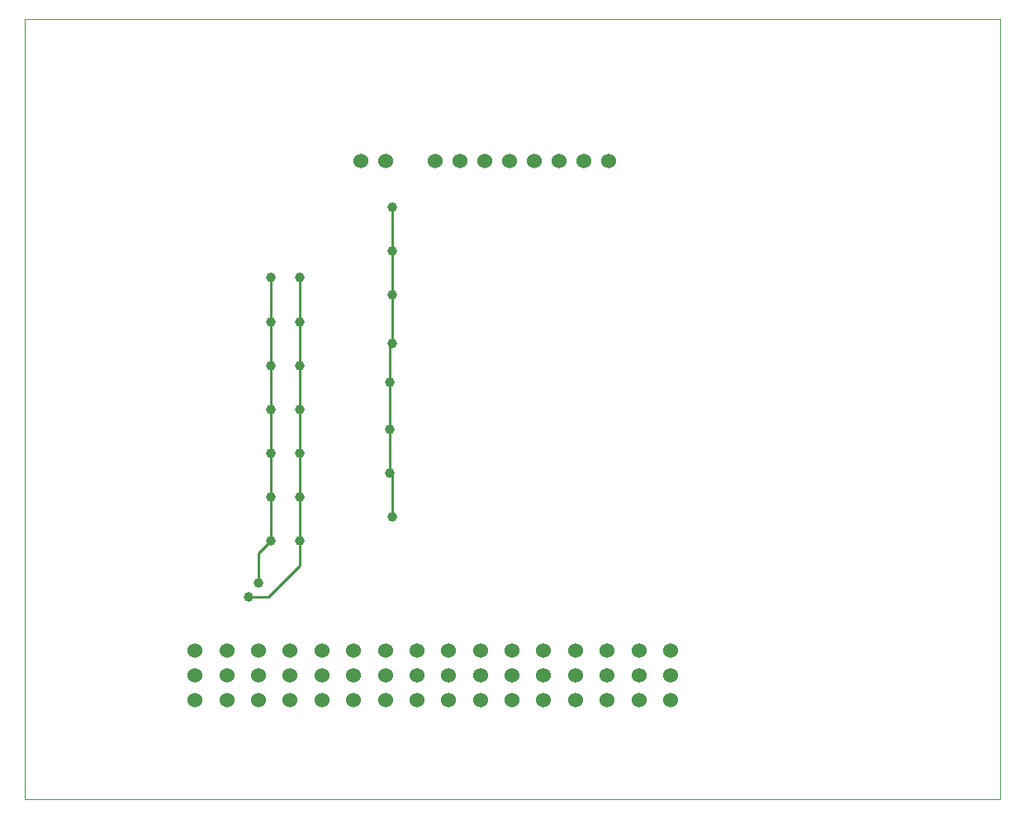
<source format=gbl>
G75*
%MOIN*%
%OFA0B0*%
%FSLAX25Y25*%
%IPPOS*%
%LPD*%
%AMOC8*
5,1,8,0,0,1.08239X$1,22.5*
%
%ADD10C,0.00000*%
%ADD11C,0.06000*%
%ADD12C,0.03937*%
%ADD13C,0.00984*%
D10*
X0001000Y0001000D02*
X0001000Y0315961D01*
X0394701Y0315961D01*
X0394701Y0001000D01*
X0001000Y0001000D01*
D11*
X0069898Y0041197D03*
X0082693Y0041197D03*
X0082693Y0051197D03*
X0082693Y0061197D03*
X0069898Y0061197D03*
X0069898Y0051197D03*
X0095488Y0051197D03*
X0095488Y0061197D03*
X0108283Y0061197D03*
X0108283Y0051197D03*
X0121079Y0051197D03*
X0121079Y0061197D03*
X0133874Y0061197D03*
X0133874Y0051197D03*
X0133874Y0041197D03*
X0121079Y0041197D03*
X0108283Y0041197D03*
X0095488Y0041197D03*
X0146669Y0041197D03*
X0159465Y0041197D03*
X0172260Y0041197D03*
X0185055Y0041197D03*
X0185055Y0051197D03*
X0185055Y0061197D03*
X0172260Y0061197D03*
X0172260Y0051197D03*
X0159465Y0051197D03*
X0159465Y0061197D03*
X0146669Y0061197D03*
X0146669Y0051197D03*
X0197850Y0051197D03*
X0197850Y0061197D03*
X0210646Y0061197D03*
X0210646Y0051197D03*
X0223441Y0051197D03*
X0223441Y0061197D03*
X0236236Y0061197D03*
X0236236Y0051197D03*
X0249031Y0051197D03*
X0249031Y0061197D03*
X0261827Y0061197D03*
X0261827Y0051197D03*
X0261827Y0041197D03*
X0249031Y0041197D03*
X0236236Y0041197D03*
X0223441Y0041197D03*
X0210646Y0041197D03*
X0197850Y0041197D03*
X0196787Y0258874D03*
X0186787Y0258874D03*
X0176787Y0258874D03*
X0166787Y0258874D03*
X0146787Y0258913D03*
X0136787Y0258913D03*
X0206787Y0258874D03*
X0216787Y0258874D03*
X0226787Y0258874D03*
X0236787Y0258874D03*
D12*
X0149622Y0240173D03*
X0149622Y0222457D03*
X0149622Y0204740D03*
X0149622Y0185055D03*
X0148638Y0169307D03*
X0148638Y0150606D03*
X0148638Y0132890D03*
X0149622Y0115173D03*
X0112220Y0123047D03*
X0100409Y0123047D03*
X0100409Y0105331D03*
X0112220Y0105331D03*
X0095488Y0088598D03*
X0091551Y0082693D03*
X0100409Y0140764D03*
X0112220Y0140764D03*
X0112220Y0158480D03*
X0100409Y0158480D03*
X0100409Y0176197D03*
X0112220Y0176197D03*
X0112220Y0193913D03*
X0100409Y0193913D03*
X0100409Y0211630D03*
X0112220Y0211630D03*
D13*
X0112220Y0193913D01*
X0112220Y0176197D01*
X0112220Y0158480D01*
X0112220Y0140764D01*
X0112220Y0123047D01*
X0112220Y0105331D01*
X0112220Y0095488D01*
X0099425Y0082693D01*
X0091551Y0082693D01*
X0095488Y0088598D02*
X0095488Y0100409D01*
X0100409Y0105331D01*
X0100409Y0123047D01*
X0100409Y0140764D01*
X0100409Y0158480D01*
X0100409Y0176197D01*
X0100409Y0193913D01*
X0100409Y0211630D01*
X0149622Y0204740D02*
X0149622Y0185055D01*
X0148638Y0184071D01*
X0148638Y0169307D01*
X0148638Y0150606D01*
X0148638Y0132890D01*
X0149622Y0131906D01*
X0149622Y0115173D01*
X0149622Y0204740D02*
X0149622Y0222457D01*
X0149622Y0240173D01*
M02*

</source>
